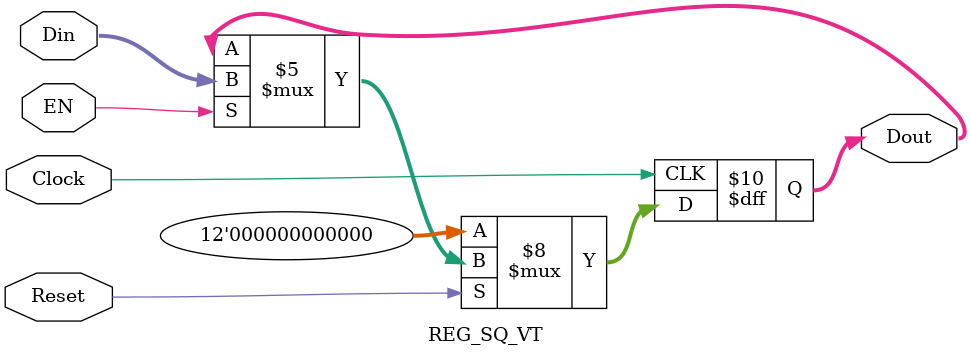
<source format=v>
`timescale	1ns/1ps

module	REG_SQ_VT(Dout, Din, EN, Clock, Reset)	;

output	[11:0]	Dout	;
reg	[11:0]	Dout	;

input	[11:0]	Din	;
wire	[11:0]	Din	;

input	EN	;
wire	EN	;

input	Clock, Reset	;
wire	Clock, Reset	;


always	@(posedge	Clock)
	begin
		if ( Reset == 1'b0 )
			begin
				Dout <= 12'b0000_0000_0000	;
			end
		else if ( EN == 1'b1 )
			begin
				Dout <= Din	;
			end
		else
			begin
				Dout <= Dout	;
			end
	end

endmodule

</source>
